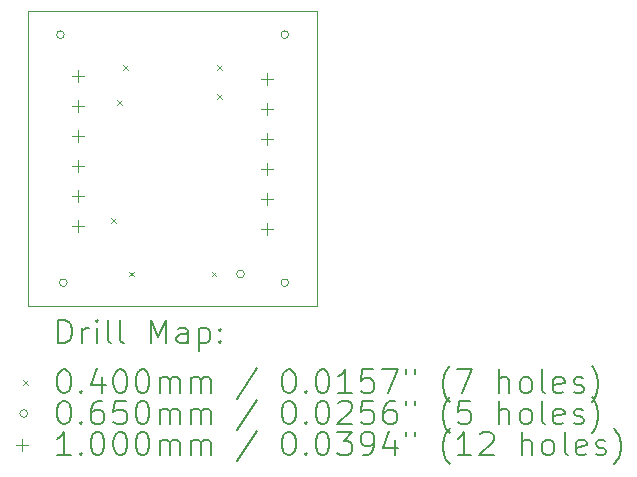
<source format=gbr>
%TF.GenerationSoftware,KiCad,Pcbnew,8.0.02-1-dev-92ffd898f5*%
%TF.CreationDate,2024-03-29T15:55:22-07:00*%
%TF.ProjectId,sfh7072_breakoutboard,73666837-3037-4325-9f62-7265616b6f75,rev?*%
%TF.SameCoordinates,Original*%
%TF.FileFunction,Drillmap*%
%TF.FilePolarity,Positive*%
%FSLAX45Y45*%
G04 Gerber Fmt 4.5, Leading zero omitted, Abs format (unit mm)*
G04 Created by KiCad (PCBNEW 8.0.02-1-dev-92ffd898f5) date 2024-03-29 15:55:22*
%MOMM*%
%LPD*%
G01*
G04 APERTURE LIST*
%ADD10C,0.050000*%
%ADD11C,0.200000*%
%ADD12C,0.100000*%
G04 APERTURE END LIST*
D10*
X1975000Y-1475000D02*
X4425000Y-1475000D01*
X4425000Y-3975000D01*
X1975000Y-3975000D01*
X1975000Y-1475000D01*
D11*
D12*
X2680000Y-3230000D02*
X2720000Y-3270000D01*
X2720000Y-3230000D02*
X2680000Y-3270000D01*
X2730000Y-2230000D02*
X2770000Y-2270000D01*
X2770000Y-2230000D02*
X2730000Y-2270000D01*
X2780000Y-1930000D02*
X2820000Y-1970000D01*
X2820000Y-1930000D02*
X2780000Y-1970000D01*
X2830000Y-3680000D02*
X2870000Y-3720000D01*
X2870000Y-3680000D02*
X2830000Y-3720000D01*
X3530000Y-3680000D02*
X3570000Y-3720000D01*
X3570000Y-3680000D02*
X3530000Y-3720000D01*
X3580000Y-1930000D02*
X3620000Y-1970000D01*
X3620000Y-1930000D02*
X3580000Y-1970000D01*
X3580000Y-2180000D02*
X3620000Y-2220000D01*
X3620000Y-2180000D02*
X3580000Y-2220000D01*
X2282500Y-1675000D02*
G75*
G02*
X2217500Y-1675000I-32500J0D01*
G01*
X2217500Y-1675000D02*
G75*
G02*
X2282500Y-1675000I32500J0D01*
G01*
X2307500Y-3775000D02*
G75*
G02*
X2242500Y-3775000I-32500J0D01*
G01*
X2242500Y-3775000D02*
G75*
G02*
X2307500Y-3775000I32500J0D01*
G01*
X3807500Y-3700000D02*
G75*
G02*
X3742500Y-3700000I-32500J0D01*
G01*
X3742500Y-3700000D02*
G75*
G02*
X3807500Y-3700000I32500J0D01*
G01*
X4182500Y-1675000D02*
G75*
G02*
X4117500Y-1675000I-32500J0D01*
G01*
X4117500Y-1675000D02*
G75*
G02*
X4182500Y-1675000I32500J0D01*
G01*
X4182500Y-3775000D02*
G75*
G02*
X4117500Y-3775000I-32500J0D01*
G01*
X4117500Y-3775000D02*
G75*
G02*
X4182500Y-3775000I32500J0D01*
G01*
X2400000Y-1975000D02*
X2400000Y-2075000D01*
X2350000Y-2025000D02*
X2450000Y-2025000D01*
X2400000Y-2229000D02*
X2400000Y-2329000D01*
X2350000Y-2279000D02*
X2450000Y-2279000D01*
X2400000Y-2483000D02*
X2400000Y-2583000D01*
X2350000Y-2533000D02*
X2450000Y-2533000D01*
X2400000Y-2737000D02*
X2400000Y-2837000D01*
X2350000Y-2787000D02*
X2450000Y-2787000D01*
X2400000Y-2991000D02*
X2400000Y-3091000D01*
X2350000Y-3041000D02*
X2450000Y-3041000D01*
X2400000Y-3245000D02*
X2400000Y-3345000D01*
X2350000Y-3295000D02*
X2450000Y-3295000D01*
X4000000Y-2000000D02*
X4000000Y-2100000D01*
X3950000Y-2050000D02*
X4050000Y-2050000D01*
X4000000Y-2254000D02*
X4000000Y-2354000D01*
X3950000Y-2304000D02*
X4050000Y-2304000D01*
X4000000Y-2508000D02*
X4000000Y-2608000D01*
X3950000Y-2558000D02*
X4050000Y-2558000D01*
X4000000Y-2762000D02*
X4000000Y-2862000D01*
X3950000Y-2812000D02*
X4050000Y-2812000D01*
X4000000Y-3016000D02*
X4000000Y-3116000D01*
X3950000Y-3066000D02*
X4050000Y-3066000D01*
X4000000Y-3270000D02*
X4000000Y-3370000D01*
X3950000Y-3320000D02*
X4050000Y-3320000D01*
D11*
X2233277Y-4288984D02*
X2233277Y-4088984D01*
X2233277Y-4088984D02*
X2280896Y-4088984D01*
X2280896Y-4088984D02*
X2309467Y-4098508D01*
X2309467Y-4098508D02*
X2328515Y-4117555D01*
X2328515Y-4117555D02*
X2338039Y-4136603D01*
X2338039Y-4136603D02*
X2347563Y-4174698D01*
X2347563Y-4174698D02*
X2347563Y-4203270D01*
X2347563Y-4203270D02*
X2338039Y-4241365D01*
X2338039Y-4241365D02*
X2328515Y-4260412D01*
X2328515Y-4260412D02*
X2309467Y-4279460D01*
X2309467Y-4279460D02*
X2280896Y-4288984D01*
X2280896Y-4288984D02*
X2233277Y-4288984D01*
X2433277Y-4288984D02*
X2433277Y-4155650D01*
X2433277Y-4193746D02*
X2442801Y-4174698D01*
X2442801Y-4174698D02*
X2452324Y-4165174D01*
X2452324Y-4165174D02*
X2471372Y-4155650D01*
X2471372Y-4155650D02*
X2490420Y-4155650D01*
X2557086Y-4288984D02*
X2557086Y-4155650D01*
X2557086Y-4088984D02*
X2547563Y-4098508D01*
X2547563Y-4098508D02*
X2557086Y-4108031D01*
X2557086Y-4108031D02*
X2566610Y-4098508D01*
X2566610Y-4098508D02*
X2557086Y-4088984D01*
X2557086Y-4088984D02*
X2557086Y-4108031D01*
X2680896Y-4288984D02*
X2661848Y-4279460D01*
X2661848Y-4279460D02*
X2652324Y-4260412D01*
X2652324Y-4260412D02*
X2652324Y-4088984D01*
X2785658Y-4288984D02*
X2766610Y-4279460D01*
X2766610Y-4279460D02*
X2757086Y-4260412D01*
X2757086Y-4260412D02*
X2757086Y-4088984D01*
X3014229Y-4288984D02*
X3014229Y-4088984D01*
X3014229Y-4088984D02*
X3080896Y-4231841D01*
X3080896Y-4231841D02*
X3147562Y-4088984D01*
X3147562Y-4088984D02*
X3147562Y-4288984D01*
X3328515Y-4288984D02*
X3328515Y-4184222D01*
X3328515Y-4184222D02*
X3318991Y-4165174D01*
X3318991Y-4165174D02*
X3299943Y-4155650D01*
X3299943Y-4155650D02*
X3261848Y-4155650D01*
X3261848Y-4155650D02*
X3242801Y-4165174D01*
X3328515Y-4279460D02*
X3309467Y-4288984D01*
X3309467Y-4288984D02*
X3261848Y-4288984D01*
X3261848Y-4288984D02*
X3242801Y-4279460D01*
X3242801Y-4279460D02*
X3233277Y-4260412D01*
X3233277Y-4260412D02*
X3233277Y-4241365D01*
X3233277Y-4241365D02*
X3242801Y-4222317D01*
X3242801Y-4222317D02*
X3261848Y-4212793D01*
X3261848Y-4212793D02*
X3309467Y-4212793D01*
X3309467Y-4212793D02*
X3328515Y-4203270D01*
X3423753Y-4155650D02*
X3423753Y-4355650D01*
X3423753Y-4165174D02*
X3442801Y-4155650D01*
X3442801Y-4155650D02*
X3480896Y-4155650D01*
X3480896Y-4155650D02*
X3499943Y-4165174D01*
X3499943Y-4165174D02*
X3509467Y-4174698D01*
X3509467Y-4174698D02*
X3518991Y-4193746D01*
X3518991Y-4193746D02*
X3518991Y-4250889D01*
X3518991Y-4250889D02*
X3509467Y-4269936D01*
X3509467Y-4269936D02*
X3499943Y-4279460D01*
X3499943Y-4279460D02*
X3480896Y-4288984D01*
X3480896Y-4288984D02*
X3442801Y-4288984D01*
X3442801Y-4288984D02*
X3423753Y-4279460D01*
X3604705Y-4269936D02*
X3614229Y-4279460D01*
X3614229Y-4279460D02*
X3604705Y-4288984D01*
X3604705Y-4288984D02*
X3595182Y-4279460D01*
X3595182Y-4279460D02*
X3604705Y-4269936D01*
X3604705Y-4269936D02*
X3604705Y-4288984D01*
X3604705Y-4165174D02*
X3614229Y-4174698D01*
X3614229Y-4174698D02*
X3604705Y-4184222D01*
X3604705Y-4184222D02*
X3595182Y-4174698D01*
X3595182Y-4174698D02*
X3604705Y-4165174D01*
X3604705Y-4165174D02*
X3604705Y-4184222D01*
D12*
X1932500Y-4597500D02*
X1972500Y-4637500D01*
X1972500Y-4597500D02*
X1932500Y-4637500D01*
D11*
X2271372Y-4508984D02*
X2290420Y-4508984D01*
X2290420Y-4508984D02*
X2309467Y-4518508D01*
X2309467Y-4518508D02*
X2318991Y-4528031D01*
X2318991Y-4528031D02*
X2328515Y-4547079D01*
X2328515Y-4547079D02*
X2338039Y-4585174D01*
X2338039Y-4585174D02*
X2338039Y-4632793D01*
X2338039Y-4632793D02*
X2328515Y-4670889D01*
X2328515Y-4670889D02*
X2318991Y-4689936D01*
X2318991Y-4689936D02*
X2309467Y-4699460D01*
X2309467Y-4699460D02*
X2290420Y-4708984D01*
X2290420Y-4708984D02*
X2271372Y-4708984D01*
X2271372Y-4708984D02*
X2252324Y-4699460D01*
X2252324Y-4699460D02*
X2242801Y-4689936D01*
X2242801Y-4689936D02*
X2233277Y-4670889D01*
X2233277Y-4670889D02*
X2223753Y-4632793D01*
X2223753Y-4632793D02*
X2223753Y-4585174D01*
X2223753Y-4585174D02*
X2233277Y-4547079D01*
X2233277Y-4547079D02*
X2242801Y-4528031D01*
X2242801Y-4528031D02*
X2252324Y-4518508D01*
X2252324Y-4518508D02*
X2271372Y-4508984D01*
X2423753Y-4689936D02*
X2433277Y-4699460D01*
X2433277Y-4699460D02*
X2423753Y-4708984D01*
X2423753Y-4708984D02*
X2414229Y-4699460D01*
X2414229Y-4699460D02*
X2423753Y-4689936D01*
X2423753Y-4689936D02*
X2423753Y-4708984D01*
X2604705Y-4575650D02*
X2604705Y-4708984D01*
X2557086Y-4499460D02*
X2509467Y-4642317D01*
X2509467Y-4642317D02*
X2633277Y-4642317D01*
X2747563Y-4508984D02*
X2766610Y-4508984D01*
X2766610Y-4508984D02*
X2785658Y-4518508D01*
X2785658Y-4518508D02*
X2795182Y-4528031D01*
X2795182Y-4528031D02*
X2804705Y-4547079D01*
X2804705Y-4547079D02*
X2814229Y-4585174D01*
X2814229Y-4585174D02*
X2814229Y-4632793D01*
X2814229Y-4632793D02*
X2804705Y-4670889D01*
X2804705Y-4670889D02*
X2795182Y-4689936D01*
X2795182Y-4689936D02*
X2785658Y-4699460D01*
X2785658Y-4699460D02*
X2766610Y-4708984D01*
X2766610Y-4708984D02*
X2747563Y-4708984D01*
X2747563Y-4708984D02*
X2728515Y-4699460D01*
X2728515Y-4699460D02*
X2718991Y-4689936D01*
X2718991Y-4689936D02*
X2709467Y-4670889D01*
X2709467Y-4670889D02*
X2699944Y-4632793D01*
X2699944Y-4632793D02*
X2699944Y-4585174D01*
X2699944Y-4585174D02*
X2709467Y-4547079D01*
X2709467Y-4547079D02*
X2718991Y-4528031D01*
X2718991Y-4528031D02*
X2728515Y-4518508D01*
X2728515Y-4518508D02*
X2747563Y-4508984D01*
X2938039Y-4508984D02*
X2957086Y-4508984D01*
X2957086Y-4508984D02*
X2976134Y-4518508D01*
X2976134Y-4518508D02*
X2985658Y-4528031D01*
X2985658Y-4528031D02*
X2995182Y-4547079D01*
X2995182Y-4547079D02*
X3004705Y-4585174D01*
X3004705Y-4585174D02*
X3004705Y-4632793D01*
X3004705Y-4632793D02*
X2995182Y-4670889D01*
X2995182Y-4670889D02*
X2985658Y-4689936D01*
X2985658Y-4689936D02*
X2976134Y-4699460D01*
X2976134Y-4699460D02*
X2957086Y-4708984D01*
X2957086Y-4708984D02*
X2938039Y-4708984D01*
X2938039Y-4708984D02*
X2918991Y-4699460D01*
X2918991Y-4699460D02*
X2909467Y-4689936D01*
X2909467Y-4689936D02*
X2899943Y-4670889D01*
X2899943Y-4670889D02*
X2890420Y-4632793D01*
X2890420Y-4632793D02*
X2890420Y-4585174D01*
X2890420Y-4585174D02*
X2899943Y-4547079D01*
X2899943Y-4547079D02*
X2909467Y-4528031D01*
X2909467Y-4528031D02*
X2918991Y-4518508D01*
X2918991Y-4518508D02*
X2938039Y-4508984D01*
X3090420Y-4708984D02*
X3090420Y-4575650D01*
X3090420Y-4594698D02*
X3099943Y-4585174D01*
X3099943Y-4585174D02*
X3118991Y-4575650D01*
X3118991Y-4575650D02*
X3147563Y-4575650D01*
X3147563Y-4575650D02*
X3166610Y-4585174D01*
X3166610Y-4585174D02*
X3176134Y-4604222D01*
X3176134Y-4604222D02*
X3176134Y-4708984D01*
X3176134Y-4604222D02*
X3185658Y-4585174D01*
X3185658Y-4585174D02*
X3204705Y-4575650D01*
X3204705Y-4575650D02*
X3233277Y-4575650D01*
X3233277Y-4575650D02*
X3252324Y-4585174D01*
X3252324Y-4585174D02*
X3261848Y-4604222D01*
X3261848Y-4604222D02*
X3261848Y-4708984D01*
X3357086Y-4708984D02*
X3357086Y-4575650D01*
X3357086Y-4594698D02*
X3366610Y-4585174D01*
X3366610Y-4585174D02*
X3385658Y-4575650D01*
X3385658Y-4575650D02*
X3414229Y-4575650D01*
X3414229Y-4575650D02*
X3433277Y-4585174D01*
X3433277Y-4585174D02*
X3442801Y-4604222D01*
X3442801Y-4604222D02*
X3442801Y-4708984D01*
X3442801Y-4604222D02*
X3452324Y-4585174D01*
X3452324Y-4585174D02*
X3471372Y-4575650D01*
X3471372Y-4575650D02*
X3499943Y-4575650D01*
X3499943Y-4575650D02*
X3518991Y-4585174D01*
X3518991Y-4585174D02*
X3528515Y-4604222D01*
X3528515Y-4604222D02*
X3528515Y-4708984D01*
X3918991Y-4499460D02*
X3747563Y-4756603D01*
X4176134Y-4508984D02*
X4195182Y-4508984D01*
X4195182Y-4508984D02*
X4214229Y-4518508D01*
X4214229Y-4518508D02*
X4223753Y-4528031D01*
X4223753Y-4528031D02*
X4233277Y-4547079D01*
X4233277Y-4547079D02*
X4242801Y-4585174D01*
X4242801Y-4585174D02*
X4242801Y-4632793D01*
X4242801Y-4632793D02*
X4233277Y-4670889D01*
X4233277Y-4670889D02*
X4223753Y-4689936D01*
X4223753Y-4689936D02*
X4214229Y-4699460D01*
X4214229Y-4699460D02*
X4195182Y-4708984D01*
X4195182Y-4708984D02*
X4176134Y-4708984D01*
X4176134Y-4708984D02*
X4157086Y-4699460D01*
X4157086Y-4699460D02*
X4147563Y-4689936D01*
X4147563Y-4689936D02*
X4138039Y-4670889D01*
X4138039Y-4670889D02*
X4128515Y-4632793D01*
X4128515Y-4632793D02*
X4128515Y-4585174D01*
X4128515Y-4585174D02*
X4138039Y-4547079D01*
X4138039Y-4547079D02*
X4147563Y-4528031D01*
X4147563Y-4528031D02*
X4157086Y-4518508D01*
X4157086Y-4518508D02*
X4176134Y-4508984D01*
X4328515Y-4689936D02*
X4338039Y-4699460D01*
X4338039Y-4699460D02*
X4328515Y-4708984D01*
X4328515Y-4708984D02*
X4318991Y-4699460D01*
X4318991Y-4699460D02*
X4328515Y-4689936D01*
X4328515Y-4689936D02*
X4328515Y-4708984D01*
X4461848Y-4508984D02*
X4480896Y-4508984D01*
X4480896Y-4508984D02*
X4499944Y-4518508D01*
X4499944Y-4518508D02*
X4509468Y-4528031D01*
X4509468Y-4528031D02*
X4518991Y-4547079D01*
X4518991Y-4547079D02*
X4528515Y-4585174D01*
X4528515Y-4585174D02*
X4528515Y-4632793D01*
X4528515Y-4632793D02*
X4518991Y-4670889D01*
X4518991Y-4670889D02*
X4509468Y-4689936D01*
X4509468Y-4689936D02*
X4499944Y-4699460D01*
X4499944Y-4699460D02*
X4480896Y-4708984D01*
X4480896Y-4708984D02*
X4461848Y-4708984D01*
X4461848Y-4708984D02*
X4442801Y-4699460D01*
X4442801Y-4699460D02*
X4433277Y-4689936D01*
X4433277Y-4689936D02*
X4423753Y-4670889D01*
X4423753Y-4670889D02*
X4414229Y-4632793D01*
X4414229Y-4632793D02*
X4414229Y-4585174D01*
X4414229Y-4585174D02*
X4423753Y-4547079D01*
X4423753Y-4547079D02*
X4433277Y-4528031D01*
X4433277Y-4528031D02*
X4442801Y-4518508D01*
X4442801Y-4518508D02*
X4461848Y-4508984D01*
X4718991Y-4708984D02*
X4604706Y-4708984D01*
X4661848Y-4708984D02*
X4661848Y-4508984D01*
X4661848Y-4508984D02*
X4642801Y-4537555D01*
X4642801Y-4537555D02*
X4623753Y-4556603D01*
X4623753Y-4556603D02*
X4604706Y-4566127D01*
X4899944Y-4508984D02*
X4804706Y-4508984D01*
X4804706Y-4508984D02*
X4795182Y-4604222D01*
X4795182Y-4604222D02*
X4804706Y-4594698D01*
X4804706Y-4594698D02*
X4823753Y-4585174D01*
X4823753Y-4585174D02*
X4871372Y-4585174D01*
X4871372Y-4585174D02*
X4890420Y-4594698D01*
X4890420Y-4594698D02*
X4899944Y-4604222D01*
X4899944Y-4604222D02*
X4909468Y-4623270D01*
X4909468Y-4623270D02*
X4909468Y-4670889D01*
X4909468Y-4670889D02*
X4899944Y-4689936D01*
X4899944Y-4689936D02*
X4890420Y-4699460D01*
X4890420Y-4699460D02*
X4871372Y-4708984D01*
X4871372Y-4708984D02*
X4823753Y-4708984D01*
X4823753Y-4708984D02*
X4804706Y-4699460D01*
X4804706Y-4699460D02*
X4795182Y-4689936D01*
X4976134Y-4508984D02*
X5109468Y-4508984D01*
X5109468Y-4508984D02*
X5023753Y-4708984D01*
X5176134Y-4508984D02*
X5176134Y-4547079D01*
X5252325Y-4508984D02*
X5252325Y-4547079D01*
X5547563Y-4785174D02*
X5538039Y-4775650D01*
X5538039Y-4775650D02*
X5518991Y-4747079D01*
X5518991Y-4747079D02*
X5509468Y-4728031D01*
X5509468Y-4728031D02*
X5499944Y-4699460D01*
X5499944Y-4699460D02*
X5490420Y-4651841D01*
X5490420Y-4651841D02*
X5490420Y-4613746D01*
X5490420Y-4613746D02*
X5499944Y-4566127D01*
X5499944Y-4566127D02*
X5509468Y-4537555D01*
X5509468Y-4537555D02*
X5518991Y-4518508D01*
X5518991Y-4518508D02*
X5538039Y-4489936D01*
X5538039Y-4489936D02*
X5547563Y-4480412D01*
X5604706Y-4508984D02*
X5738039Y-4508984D01*
X5738039Y-4508984D02*
X5652325Y-4708984D01*
X5966610Y-4708984D02*
X5966610Y-4508984D01*
X6052325Y-4708984D02*
X6052325Y-4604222D01*
X6052325Y-4604222D02*
X6042801Y-4585174D01*
X6042801Y-4585174D02*
X6023753Y-4575650D01*
X6023753Y-4575650D02*
X5995182Y-4575650D01*
X5995182Y-4575650D02*
X5976134Y-4585174D01*
X5976134Y-4585174D02*
X5966610Y-4594698D01*
X6176134Y-4708984D02*
X6157087Y-4699460D01*
X6157087Y-4699460D02*
X6147563Y-4689936D01*
X6147563Y-4689936D02*
X6138039Y-4670889D01*
X6138039Y-4670889D02*
X6138039Y-4613746D01*
X6138039Y-4613746D02*
X6147563Y-4594698D01*
X6147563Y-4594698D02*
X6157087Y-4585174D01*
X6157087Y-4585174D02*
X6176134Y-4575650D01*
X6176134Y-4575650D02*
X6204706Y-4575650D01*
X6204706Y-4575650D02*
X6223753Y-4585174D01*
X6223753Y-4585174D02*
X6233277Y-4594698D01*
X6233277Y-4594698D02*
X6242801Y-4613746D01*
X6242801Y-4613746D02*
X6242801Y-4670889D01*
X6242801Y-4670889D02*
X6233277Y-4689936D01*
X6233277Y-4689936D02*
X6223753Y-4699460D01*
X6223753Y-4699460D02*
X6204706Y-4708984D01*
X6204706Y-4708984D02*
X6176134Y-4708984D01*
X6357087Y-4708984D02*
X6338039Y-4699460D01*
X6338039Y-4699460D02*
X6328515Y-4680412D01*
X6328515Y-4680412D02*
X6328515Y-4508984D01*
X6509468Y-4699460D02*
X6490420Y-4708984D01*
X6490420Y-4708984D02*
X6452325Y-4708984D01*
X6452325Y-4708984D02*
X6433277Y-4699460D01*
X6433277Y-4699460D02*
X6423753Y-4680412D01*
X6423753Y-4680412D02*
X6423753Y-4604222D01*
X6423753Y-4604222D02*
X6433277Y-4585174D01*
X6433277Y-4585174D02*
X6452325Y-4575650D01*
X6452325Y-4575650D02*
X6490420Y-4575650D01*
X6490420Y-4575650D02*
X6509468Y-4585174D01*
X6509468Y-4585174D02*
X6518991Y-4604222D01*
X6518991Y-4604222D02*
X6518991Y-4623270D01*
X6518991Y-4623270D02*
X6423753Y-4642317D01*
X6595182Y-4699460D02*
X6614230Y-4708984D01*
X6614230Y-4708984D02*
X6652325Y-4708984D01*
X6652325Y-4708984D02*
X6671372Y-4699460D01*
X6671372Y-4699460D02*
X6680896Y-4680412D01*
X6680896Y-4680412D02*
X6680896Y-4670889D01*
X6680896Y-4670889D02*
X6671372Y-4651841D01*
X6671372Y-4651841D02*
X6652325Y-4642317D01*
X6652325Y-4642317D02*
X6623753Y-4642317D01*
X6623753Y-4642317D02*
X6604706Y-4632793D01*
X6604706Y-4632793D02*
X6595182Y-4613746D01*
X6595182Y-4613746D02*
X6595182Y-4604222D01*
X6595182Y-4604222D02*
X6604706Y-4585174D01*
X6604706Y-4585174D02*
X6623753Y-4575650D01*
X6623753Y-4575650D02*
X6652325Y-4575650D01*
X6652325Y-4575650D02*
X6671372Y-4585174D01*
X6747563Y-4785174D02*
X6757087Y-4775650D01*
X6757087Y-4775650D02*
X6776134Y-4747079D01*
X6776134Y-4747079D02*
X6785658Y-4728031D01*
X6785658Y-4728031D02*
X6795182Y-4699460D01*
X6795182Y-4699460D02*
X6804706Y-4651841D01*
X6804706Y-4651841D02*
X6804706Y-4613746D01*
X6804706Y-4613746D02*
X6795182Y-4566127D01*
X6795182Y-4566127D02*
X6785658Y-4537555D01*
X6785658Y-4537555D02*
X6776134Y-4518508D01*
X6776134Y-4518508D02*
X6757087Y-4489936D01*
X6757087Y-4489936D02*
X6747563Y-4480412D01*
D12*
X1972500Y-4881500D02*
G75*
G02*
X1907500Y-4881500I-32500J0D01*
G01*
X1907500Y-4881500D02*
G75*
G02*
X1972500Y-4881500I32500J0D01*
G01*
D11*
X2271372Y-4772984D02*
X2290420Y-4772984D01*
X2290420Y-4772984D02*
X2309467Y-4782508D01*
X2309467Y-4782508D02*
X2318991Y-4792031D01*
X2318991Y-4792031D02*
X2328515Y-4811079D01*
X2328515Y-4811079D02*
X2338039Y-4849174D01*
X2338039Y-4849174D02*
X2338039Y-4896793D01*
X2338039Y-4896793D02*
X2328515Y-4934889D01*
X2328515Y-4934889D02*
X2318991Y-4953936D01*
X2318991Y-4953936D02*
X2309467Y-4963460D01*
X2309467Y-4963460D02*
X2290420Y-4972984D01*
X2290420Y-4972984D02*
X2271372Y-4972984D01*
X2271372Y-4972984D02*
X2252324Y-4963460D01*
X2252324Y-4963460D02*
X2242801Y-4953936D01*
X2242801Y-4953936D02*
X2233277Y-4934889D01*
X2233277Y-4934889D02*
X2223753Y-4896793D01*
X2223753Y-4896793D02*
X2223753Y-4849174D01*
X2223753Y-4849174D02*
X2233277Y-4811079D01*
X2233277Y-4811079D02*
X2242801Y-4792031D01*
X2242801Y-4792031D02*
X2252324Y-4782508D01*
X2252324Y-4782508D02*
X2271372Y-4772984D01*
X2423753Y-4953936D02*
X2433277Y-4963460D01*
X2433277Y-4963460D02*
X2423753Y-4972984D01*
X2423753Y-4972984D02*
X2414229Y-4963460D01*
X2414229Y-4963460D02*
X2423753Y-4953936D01*
X2423753Y-4953936D02*
X2423753Y-4972984D01*
X2604705Y-4772984D02*
X2566610Y-4772984D01*
X2566610Y-4772984D02*
X2547563Y-4782508D01*
X2547563Y-4782508D02*
X2538039Y-4792031D01*
X2538039Y-4792031D02*
X2518991Y-4820603D01*
X2518991Y-4820603D02*
X2509467Y-4858698D01*
X2509467Y-4858698D02*
X2509467Y-4934889D01*
X2509467Y-4934889D02*
X2518991Y-4953936D01*
X2518991Y-4953936D02*
X2528515Y-4963460D01*
X2528515Y-4963460D02*
X2547563Y-4972984D01*
X2547563Y-4972984D02*
X2585658Y-4972984D01*
X2585658Y-4972984D02*
X2604705Y-4963460D01*
X2604705Y-4963460D02*
X2614229Y-4953936D01*
X2614229Y-4953936D02*
X2623753Y-4934889D01*
X2623753Y-4934889D02*
X2623753Y-4887270D01*
X2623753Y-4887270D02*
X2614229Y-4868222D01*
X2614229Y-4868222D02*
X2604705Y-4858698D01*
X2604705Y-4858698D02*
X2585658Y-4849174D01*
X2585658Y-4849174D02*
X2547563Y-4849174D01*
X2547563Y-4849174D02*
X2528515Y-4858698D01*
X2528515Y-4858698D02*
X2518991Y-4868222D01*
X2518991Y-4868222D02*
X2509467Y-4887270D01*
X2804705Y-4772984D02*
X2709467Y-4772984D01*
X2709467Y-4772984D02*
X2699944Y-4868222D01*
X2699944Y-4868222D02*
X2709467Y-4858698D01*
X2709467Y-4858698D02*
X2728515Y-4849174D01*
X2728515Y-4849174D02*
X2776134Y-4849174D01*
X2776134Y-4849174D02*
X2795182Y-4858698D01*
X2795182Y-4858698D02*
X2804705Y-4868222D01*
X2804705Y-4868222D02*
X2814229Y-4887270D01*
X2814229Y-4887270D02*
X2814229Y-4934889D01*
X2814229Y-4934889D02*
X2804705Y-4953936D01*
X2804705Y-4953936D02*
X2795182Y-4963460D01*
X2795182Y-4963460D02*
X2776134Y-4972984D01*
X2776134Y-4972984D02*
X2728515Y-4972984D01*
X2728515Y-4972984D02*
X2709467Y-4963460D01*
X2709467Y-4963460D02*
X2699944Y-4953936D01*
X2938039Y-4772984D02*
X2957086Y-4772984D01*
X2957086Y-4772984D02*
X2976134Y-4782508D01*
X2976134Y-4782508D02*
X2985658Y-4792031D01*
X2985658Y-4792031D02*
X2995182Y-4811079D01*
X2995182Y-4811079D02*
X3004705Y-4849174D01*
X3004705Y-4849174D02*
X3004705Y-4896793D01*
X3004705Y-4896793D02*
X2995182Y-4934889D01*
X2995182Y-4934889D02*
X2985658Y-4953936D01*
X2985658Y-4953936D02*
X2976134Y-4963460D01*
X2976134Y-4963460D02*
X2957086Y-4972984D01*
X2957086Y-4972984D02*
X2938039Y-4972984D01*
X2938039Y-4972984D02*
X2918991Y-4963460D01*
X2918991Y-4963460D02*
X2909467Y-4953936D01*
X2909467Y-4953936D02*
X2899943Y-4934889D01*
X2899943Y-4934889D02*
X2890420Y-4896793D01*
X2890420Y-4896793D02*
X2890420Y-4849174D01*
X2890420Y-4849174D02*
X2899943Y-4811079D01*
X2899943Y-4811079D02*
X2909467Y-4792031D01*
X2909467Y-4792031D02*
X2918991Y-4782508D01*
X2918991Y-4782508D02*
X2938039Y-4772984D01*
X3090420Y-4972984D02*
X3090420Y-4839650D01*
X3090420Y-4858698D02*
X3099943Y-4849174D01*
X3099943Y-4849174D02*
X3118991Y-4839650D01*
X3118991Y-4839650D02*
X3147563Y-4839650D01*
X3147563Y-4839650D02*
X3166610Y-4849174D01*
X3166610Y-4849174D02*
X3176134Y-4868222D01*
X3176134Y-4868222D02*
X3176134Y-4972984D01*
X3176134Y-4868222D02*
X3185658Y-4849174D01*
X3185658Y-4849174D02*
X3204705Y-4839650D01*
X3204705Y-4839650D02*
X3233277Y-4839650D01*
X3233277Y-4839650D02*
X3252324Y-4849174D01*
X3252324Y-4849174D02*
X3261848Y-4868222D01*
X3261848Y-4868222D02*
X3261848Y-4972984D01*
X3357086Y-4972984D02*
X3357086Y-4839650D01*
X3357086Y-4858698D02*
X3366610Y-4849174D01*
X3366610Y-4849174D02*
X3385658Y-4839650D01*
X3385658Y-4839650D02*
X3414229Y-4839650D01*
X3414229Y-4839650D02*
X3433277Y-4849174D01*
X3433277Y-4849174D02*
X3442801Y-4868222D01*
X3442801Y-4868222D02*
X3442801Y-4972984D01*
X3442801Y-4868222D02*
X3452324Y-4849174D01*
X3452324Y-4849174D02*
X3471372Y-4839650D01*
X3471372Y-4839650D02*
X3499943Y-4839650D01*
X3499943Y-4839650D02*
X3518991Y-4849174D01*
X3518991Y-4849174D02*
X3528515Y-4868222D01*
X3528515Y-4868222D02*
X3528515Y-4972984D01*
X3918991Y-4763460D02*
X3747563Y-5020603D01*
X4176134Y-4772984D02*
X4195182Y-4772984D01*
X4195182Y-4772984D02*
X4214229Y-4782508D01*
X4214229Y-4782508D02*
X4223753Y-4792031D01*
X4223753Y-4792031D02*
X4233277Y-4811079D01*
X4233277Y-4811079D02*
X4242801Y-4849174D01*
X4242801Y-4849174D02*
X4242801Y-4896793D01*
X4242801Y-4896793D02*
X4233277Y-4934889D01*
X4233277Y-4934889D02*
X4223753Y-4953936D01*
X4223753Y-4953936D02*
X4214229Y-4963460D01*
X4214229Y-4963460D02*
X4195182Y-4972984D01*
X4195182Y-4972984D02*
X4176134Y-4972984D01*
X4176134Y-4972984D02*
X4157086Y-4963460D01*
X4157086Y-4963460D02*
X4147563Y-4953936D01*
X4147563Y-4953936D02*
X4138039Y-4934889D01*
X4138039Y-4934889D02*
X4128515Y-4896793D01*
X4128515Y-4896793D02*
X4128515Y-4849174D01*
X4128515Y-4849174D02*
X4138039Y-4811079D01*
X4138039Y-4811079D02*
X4147563Y-4792031D01*
X4147563Y-4792031D02*
X4157086Y-4782508D01*
X4157086Y-4782508D02*
X4176134Y-4772984D01*
X4328515Y-4953936D02*
X4338039Y-4963460D01*
X4338039Y-4963460D02*
X4328515Y-4972984D01*
X4328515Y-4972984D02*
X4318991Y-4963460D01*
X4318991Y-4963460D02*
X4328515Y-4953936D01*
X4328515Y-4953936D02*
X4328515Y-4972984D01*
X4461848Y-4772984D02*
X4480896Y-4772984D01*
X4480896Y-4772984D02*
X4499944Y-4782508D01*
X4499944Y-4782508D02*
X4509468Y-4792031D01*
X4509468Y-4792031D02*
X4518991Y-4811079D01*
X4518991Y-4811079D02*
X4528515Y-4849174D01*
X4528515Y-4849174D02*
X4528515Y-4896793D01*
X4528515Y-4896793D02*
X4518991Y-4934889D01*
X4518991Y-4934889D02*
X4509468Y-4953936D01*
X4509468Y-4953936D02*
X4499944Y-4963460D01*
X4499944Y-4963460D02*
X4480896Y-4972984D01*
X4480896Y-4972984D02*
X4461848Y-4972984D01*
X4461848Y-4972984D02*
X4442801Y-4963460D01*
X4442801Y-4963460D02*
X4433277Y-4953936D01*
X4433277Y-4953936D02*
X4423753Y-4934889D01*
X4423753Y-4934889D02*
X4414229Y-4896793D01*
X4414229Y-4896793D02*
X4414229Y-4849174D01*
X4414229Y-4849174D02*
X4423753Y-4811079D01*
X4423753Y-4811079D02*
X4433277Y-4792031D01*
X4433277Y-4792031D02*
X4442801Y-4782508D01*
X4442801Y-4782508D02*
X4461848Y-4772984D01*
X4604706Y-4792031D02*
X4614229Y-4782508D01*
X4614229Y-4782508D02*
X4633277Y-4772984D01*
X4633277Y-4772984D02*
X4680896Y-4772984D01*
X4680896Y-4772984D02*
X4699944Y-4782508D01*
X4699944Y-4782508D02*
X4709468Y-4792031D01*
X4709468Y-4792031D02*
X4718991Y-4811079D01*
X4718991Y-4811079D02*
X4718991Y-4830127D01*
X4718991Y-4830127D02*
X4709468Y-4858698D01*
X4709468Y-4858698D02*
X4595182Y-4972984D01*
X4595182Y-4972984D02*
X4718991Y-4972984D01*
X4899944Y-4772984D02*
X4804706Y-4772984D01*
X4804706Y-4772984D02*
X4795182Y-4868222D01*
X4795182Y-4868222D02*
X4804706Y-4858698D01*
X4804706Y-4858698D02*
X4823753Y-4849174D01*
X4823753Y-4849174D02*
X4871372Y-4849174D01*
X4871372Y-4849174D02*
X4890420Y-4858698D01*
X4890420Y-4858698D02*
X4899944Y-4868222D01*
X4899944Y-4868222D02*
X4909468Y-4887270D01*
X4909468Y-4887270D02*
X4909468Y-4934889D01*
X4909468Y-4934889D02*
X4899944Y-4953936D01*
X4899944Y-4953936D02*
X4890420Y-4963460D01*
X4890420Y-4963460D02*
X4871372Y-4972984D01*
X4871372Y-4972984D02*
X4823753Y-4972984D01*
X4823753Y-4972984D02*
X4804706Y-4963460D01*
X4804706Y-4963460D02*
X4795182Y-4953936D01*
X5080896Y-4772984D02*
X5042801Y-4772984D01*
X5042801Y-4772984D02*
X5023753Y-4782508D01*
X5023753Y-4782508D02*
X5014229Y-4792031D01*
X5014229Y-4792031D02*
X4995182Y-4820603D01*
X4995182Y-4820603D02*
X4985658Y-4858698D01*
X4985658Y-4858698D02*
X4985658Y-4934889D01*
X4985658Y-4934889D02*
X4995182Y-4953936D01*
X4995182Y-4953936D02*
X5004706Y-4963460D01*
X5004706Y-4963460D02*
X5023753Y-4972984D01*
X5023753Y-4972984D02*
X5061849Y-4972984D01*
X5061849Y-4972984D02*
X5080896Y-4963460D01*
X5080896Y-4963460D02*
X5090420Y-4953936D01*
X5090420Y-4953936D02*
X5099944Y-4934889D01*
X5099944Y-4934889D02*
X5099944Y-4887270D01*
X5099944Y-4887270D02*
X5090420Y-4868222D01*
X5090420Y-4868222D02*
X5080896Y-4858698D01*
X5080896Y-4858698D02*
X5061849Y-4849174D01*
X5061849Y-4849174D02*
X5023753Y-4849174D01*
X5023753Y-4849174D02*
X5004706Y-4858698D01*
X5004706Y-4858698D02*
X4995182Y-4868222D01*
X4995182Y-4868222D02*
X4985658Y-4887270D01*
X5176134Y-4772984D02*
X5176134Y-4811079D01*
X5252325Y-4772984D02*
X5252325Y-4811079D01*
X5547563Y-5049174D02*
X5538039Y-5039650D01*
X5538039Y-5039650D02*
X5518991Y-5011079D01*
X5518991Y-5011079D02*
X5509468Y-4992031D01*
X5509468Y-4992031D02*
X5499944Y-4963460D01*
X5499944Y-4963460D02*
X5490420Y-4915841D01*
X5490420Y-4915841D02*
X5490420Y-4877746D01*
X5490420Y-4877746D02*
X5499944Y-4830127D01*
X5499944Y-4830127D02*
X5509468Y-4801555D01*
X5509468Y-4801555D02*
X5518991Y-4782508D01*
X5518991Y-4782508D02*
X5538039Y-4753936D01*
X5538039Y-4753936D02*
X5547563Y-4744412D01*
X5718991Y-4772984D02*
X5623753Y-4772984D01*
X5623753Y-4772984D02*
X5614229Y-4868222D01*
X5614229Y-4868222D02*
X5623753Y-4858698D01*
X5623753Y-4858698D02*
X5642801Y-4849174D01*
X5642801Y-4849174D02*
X5690420Y-4849174D01*
X5690420Y-4849174D02*
X5709468Y-4858698D01*
X5709468Y-4858698D02*
X5718991Y-4868222D01*
X5718991Y-4868222D02*
X5728515Y-4887270D01*
X5728515Y-4887270D02*
X5728515Y-4934889D01*
X5728515Y-4934889D02*
X5718991Y-4953936D01*
X5718991Y-4953936D02*
X5709468Y-4963460D01*
X5709468Y-4963460D02*
X5690420Y-4972984D01*
X5690420Y-4972984D02*
X5642801Y-4972984D01*
X5642801Y-4972984D02*
X5623753Y-4963460D01*
X5623753Y-4963460D02*
X5614229Y-4953936D01*
X5966610Y-4972984D02*
X5966610Y-4772984D01*
X6052325Y-4972984D02*
X6052325Y-4868222D01*
X6052325Y-4868222D02*
X6042801Y-4849174D01*
X6042801Y-4849174D02*
X6023753Y-4839650D01*
X6023753Y-4839650D02*
X5995182Y-4839650D01*
X5995182Y-4839650D02*
X5976134Y-4849174D01*
X5976134Y-4849174D02*
X5966610Y-4858698D01*
X6176134Y-4972984D02*
X6157087Y-4963460D01*
X6157087Y-4963460D02*
X6147563Y-4953936D01*
X6147563Y-4953936D02*
X6138039Y-4934889D01*
X6138039Y-4934889D02*
X6138039Y-4877746D01*
X6138039Y-4877746D02*
X6147563Y-4858698D01*
X6147563Y-4858698D02*
X6157087Y-4849174D01*
X6157087Y-4849174D02*
X6176134Y-4839650D01*
X6176134Y-4839650D02*
X6204706Y-4839650D01*
X6204706Y-4839650D02*
X6223753Y-4849174D01*
X6223753Y-4849174D02*
X6233277Y-4858698D01*
X6233277Y-4858698D02*
X6242801Y-4877746D01*
X6242801Y-4877746D02*
X6242801Y-4934889D01*
X6242801Y-4934889D02*
X6233277Y-4953936D01*
X6233277Y-4953936D02*
X6223753Y-4963460D01*
X6223753Y-4963460D02*
X6204706Y-4972984D01*
X6204706Y-4972984D02*
X6176134Y-4972984D01*
X6357087Y-4972984D02*
X6338039Y-4963460D01*
X6338039Y-4963460D02*
X6328515Y-4944412D01*
X6328515Y-4944412D02*
X6328515Y-4772984D01*
X6509468Y-4963460D02*
X6490420Y-4972984D01*
X6490420Y-4972984D02*
X6452325Y-4972984D01*
X6452325Y-4972984D02*
X6433277Y-4963460D01*
X6433277Y-4963460D02*
X6423753Y-4944412D01*
X6423753Y-4944412D02*
X6423753Y-4868222D01*
X6423753Y-4868222D02*
X6433277Y-4849174D01*
X6433277Y-4849174D02*
X6452325Y-4839650D01*
X6452325Y-4839650D02*
X6490420Y-4839650D01*
X6490420Y-4839650D02*
X6509468Y-4849174D01*
X6509468Y-4849174D02*
X6518991Y-4868222D01*
X6518991Y-4868222D02*
X6518991Y-4887270D01*
X6518991Y-4887270D02*
X6423753Y-4906317D01*
X6595182Y-4963460D02*
X6614230Y-4972984D01*
X6614230Y-4972984D02*
X6652325Y-4972984D01*
X6652325Y-4972984D02*
X6671372Y-4963460D01*
X6671372Y-4963460D02*
X6680896Y-4944412D01*
X6680896Y-4944412D02*
X6680896Y-4934889D01*
X6680896Y-4934889D02*
X6671372Y-4915841D01*
X6671372Y-4915841D02*
X6652325Y-4906317D01*
X6652325Y-4906317D02*
X6623753Y-4906317D01*
X6623753Y-4906317D02*
X6604706Y-4896793D01*
X6604706Y-4896793D02*
X6595182Y-4877746D01*
X6595182Y-4877746D02*
X6595182Y-4868222D01*
X6595182Y-4868222D02*
X6604706Y-4849174D01*
X6604706Y-4849174D02*
X6623753Y-4839650D01*
X6623753Y-4839650D02*
X6652325Y-4839650D01*
X6652325Y-4839650D02*
X6671372Y-4849174D01*
X6747563Y-5049174D02*
X6757087Y-5039650D01*
X6757087Y-5039650D02*
X6776134Y-5011079D01*
X6776134Y-5011079D02*
X6785658Y-4992031D01*
X6785658Y-4992031D02*
X6795182Y-4963460D01*
X6795182Y-4963460D02*
X6804706Y-4915841D01*
X6804706Y-4915841D02*
X6804706Y-4877746D01*
X6804706Y-4877746D02*
X6795182Y-4830127D01*
X6795182Y-4830127D02*
X6785658Y-4801555D01*
X6785658Y-4801555D02*
X6776134Y-4782508D01*
X6776134Y-4782508D02*
X6757087Y-4753936D01*
X6757087Y-4753936D02*
X6747563Y-4744412D01*
D12*
X1922500Y-5095500D02*
X1922500Y-5195500D01*
X1872500Y-5145500D02*
X1972500Y-5145500D01*
D11*
X2338039Y-5236984D02*
X2223753Y-5236984D01*
X2280896Y-5236984D02*
X2280896Y-5036984D01*
X2280896Y-5036984D02*
X2261848Y-5065555D01*
X2261848Y-5065555D02*
X2242801Y-5084603D01*
X2242801Y-5084603D02*
X2223753Y-5094127D01*
X2423753Y-5217936D02*
X2433277Y-5227460D01*
X2433277Y-5227460D02*
X2423753Y-5236984D01*
X2423753Y-5236984D02*
X2414229Y-5227460D01*
X2414229Y-5227460D02*
X2423753Y-5217936D01*
X2423753Y-5217936D02*
X2423753Y-5236984D01*
X2557086Y-5036984D02*
X2576134Y-5036984D01*
X2576134Y-5036984D02*
X2595182Y-5046508D01*
X2595182Y-5046508D02*
X2604705Y-5056031D01*
X2604705Y-5056031D02*
X2614229Y-5075079D01*
X2614229Y-5075079D02*
X2623753Y-5113174D01*
X2623753Y-5113174D02*
X2623753Y-5160793D01*
X2623753Y-5160793D02*
X2614229Y-5198889D01*
X2614229Y-5198889D02*
X2604705Y-5217936D01*
X2604705Y-5217936D02*
X2595182Y-5227460D01*
X2595182Y-5227460D02*
X2576134Y-5236984D01*
X2576134Y-5236984D02*
X2557086Y-5236984D01*
X2557086Y-5236984D02*
X2538039Y-5227460D01*
X2538039Y-5227460D02*
X2528515Y-5217936D01*
X2528515Y-5217936D02*
X2518991Y-5198889D01*
X2518991Y-5198889D02*
X2509467Y-5160793D01*
X2509467Y-5160793D02*
X2509467Y-5113174D01*
X2509467Y-5113174D02*
X2518991Y-5075079D01*
X2518991Y-5075079D02*
X2528515Y-5056031D01*
X2528515Y-5056031D02*
X2538039Y-5046508D01*
X2538039Y-5046508D02*
X2557086Y-5036984D01*
X2747563Y-5036984D02*
X2766610Y-5036984D01*
X2766610Y-5036984D02*
X2785658Y-5046508D01*
X2785658Y-5046508D02*
X2795182Y-5056031D01*
X2795182Y-5056031D02*
X2804705Y-5075079D01*
X2804705Y-5075079D02*
X2814229Y-5113174D01*
X2814229Y-5113174D02*
X2814229Y-5160793D01*
X2814229Y-5160793D02*
X2804705Y-5198889D01*
X2804705Y-5198889D02*
X2795182Y-5217936D01*
X2795182Y-5217936D02*
X2785658Y-5227460D01*
X2785658Y-5227460D02*
X2766610Y-5236984D01*
X2766610Y-5236984D02*
X2747563Y-5236984D01*
X2747563Y-5236984D02*
X2728515Y-5227460D01*
X2728515Y-5227460D02*
X2718991Y-5217936D01*
X2718991Y-5217936D02*
X2709467Y-5198889D01*
X2709467Y-5198889D02*
X2699944Y-5160793D01*
X2699944Y-5160793D02*
X2699944Y-5113174D01*
X2699944Y-5113174D02*
X2709467Y-5075079D01*
X2709467Y-5075079D02*
X2718991Y-5056031D01*
X2718991Y-5056031D02*
X2728515Y-5046508D01*
X2728515Y-5046508D02*
X2747563Y-5036984D01*
X2938039Y-5036984D02*
X2957086Y-5036984D01*
X2957086Y-5036984D02*
X2976134Y-5046508D01*
X2976134Y-5046508D02*
X2985658Y-5056031D01*
X2985658Y-5056031D02*
X2995182Y-5075079D01*
X2995182Y-5075079D02*
X3004705Y-5113174D01*
X3004705Y-5113174D02*
X3004705Y-5160793D01*
X3004705Y-5160793D02*
X2995182Y-5198889D01*
X2995182Y-5198889D02*
X2985658Y-5217936D01*
X2985658Y-5217936D02*
X2976134Y-5227460D01*
X2976134Y-5227460D02*
X2957086Y-5236984D01*
X2957086Y-5236984D02*
X2938039Y-5236984D01*
X2938039Y-5236984D02*
X2918991Y-5227460D01*
X2918991Y-5227460D02*
X2909467Y-5217936D01*
X2909467Y-5217936D02*
X2899943Y-5198889D01*
X2899943Y-5198889D02*
X2890420Y-5160793D01*
X2890420Y-5160793D02*
X2890420Y-5113174D01*
X2890420Y-5113174D02*
X2899943Y-5075079D01*
X2899943Y-5075079D02*
X2909467Y-5056031D01*
X2909467Y-5056031D02*
X2918991Y-5046508D01*
X2918991Y-5046508D02*
X2938039Y-5036984D01*
X3090420Y-5236984D02*
X3090420Y-5103650D01*
X3090420Y-5122698D02*
X3099943Y-5113174D01*
X3099943Y-5113174D02*
X3118991Y-5103650D01*
X3118991Y-5103650D02*
X3147563Y-5103650D01*
X3147563Y-5103650D02*
X3166610Y-5113174D01*
X3166610Y-5113174D02*
X3176134Y-5132222D01*
X3176134Y-5132222D02*
X3176134Y-5236984D01*
X3176134Y-5132222D02*
X3185658Y-5113174D01*
X3185658Y-5113174D02*
X3204705Y-5103650D01*
X3204705Y-5103650D02*
X3233277Y-5103650D01*
X3233277Y-5103650D02*
X3252324Y-5113174D01*
X3252324Y-5113174D02*
X3261848Y-5132222D01*
X3261848Y-5132222D02*
X3261848Y-5236984D01*
X3357086Y-5236984D02*
X3357086Y-5103650D01*
X3357086Y-5122698D02*
X3366610Y-5113174D01*
X3366610Y-5113174D02*
X3385658Y-5103650D01*
X3385658Y-5103650D02*
X3414229Y-5103650D01*
X3414229Y-5103650D02*
X3433277Y-5113174D01*
X3433277Y-5113174D02*
X3442801Y-5132222D01*
X3442801Y-5132222D02*
X3442801Y-5236984D01*
X3442801Y-5132222D02*
X3452324Y-5113174D01*
X3452324Y-5113174D02*
X3471372Y-5103650D01*
X3471372Y-5103650D02*
X3499943Y-5103650D01*
X3499943Y-5103650D02*
X3518991Y-5113174D01*
X3518991Y-5113174D02*
X3528515Y-5132222D01*
X3528515Y-5132222D02*
X3528515Y-5236984D01*
X3918991Y-5027460D02*
X3747563Y-5284603D01*
X4176134Y-5036984D02*
X4195182Y-5036984D01*
X4195182Y-5036984D02*
X4214229Y-5046508D01*
X4214229Y-5046508D02*
X4223753Y-5056031D01*
X4223753Y-5056031D02*
X4233277Y-5075079D01*
X4233277Y-5075079D02*
X4242801Y-5113174D01*
X4242801Y-5113174D02*
X4242801Y-5160793D01*
X4242801Y-5160793D02*
X4233277Y-5198889D01*
X4233277Y-5198889D02*
X4223753Y-5217936D01*
X4223753Y-5217936D02*
X4214229Y-5227460D01*
X4214229Y-5227460D02*
X4195182Y-5236984D01*
X4195182Y-5236984D02*
X4176134Y-5236984D01*
X4176134Y-5236984D02*
X4157086Y-5227460D01*
X4157086Y-5227460D02*
X4147563Y-5217936D01*
X4147563Y-5217936D02*
X4138039Y-5198889D01*
X4138039Y-5198889D02*
X4128515Y-5160793D01*
X4128515Y-5160793D02*
X4128515Y-5113174D01*
X4128515Y-5113174D02*
X4138039Y-5075079D01*
X4138039Y-5075079D02*
X4147563Y-5056031D01*
X4147563Y-5056031D02*
X4157086Y-5046508D01*
X4157086Y-5046508D02*
X4176134Y-5036984D01*
X4328515Y-5217936D02*
X4338039Y-5227460D01*
X4338039Y-5227460D02*
X4328515Y-5236984D01*
X4328515Y-5236984D02*
X4318991Y-5227460D01*
X4318991Y-5227460D02*
X4328515Y-5217936D01*
X4328515Y-5217936D02*
X4328515Y-5236984D01*
X4461848Y-5036984D02*
X4480896Y-5036984D01*
X4480896Y-5036984D02*
X4499944Y-5046508D01*
X4499944Y-5046508D02*
X4509468Y-5056031D01*
X4509468Y-5056031D02*
X4518991Y-5075079D01*
X4518991Y-5075079D02*
X4528515Y-5113174D01*
X4528515Y-5113174D02*
X4528515Y-5160793D01*
X4528515Y-5160793D02*
X4518991Y-5198889D01*
X4518991Y-5198889D02*
X4509468Y-5217936D01*
X4509468Y-5217936D02*
X4499944Y-5227460D01*
X4499944Y-5227460D02*
X4480896Y-5236984D01*
X4480896Y-5236984D02*
X4461848Y-5236984D01*
X4461848Y-5236984D02*
X4442801Y-5227460D01*
X4442801Y-5227460D02*
X4433277Y-5217936D01*
X4433277Y-5217936D02*
X4423753Y-5198889D01*
X4423753Y-5198889D02*
X4414229Y-5160793D01*
X4414229Y-5160793D02*
X4414229Y-5113174D01*
X4414229Y-5113174D02*
X4423753Y-5075079D01*
X4423753Y-5075079D02*
X4433277Y-5056031D01*
X4433277Y-5056031D02*
X4442801Y-5046508D01*
X4442801Y-5046508D02*
X4461848Y-5036984D01*
X4595182Y-5036984D02*
X4718991Y-5036984D01*
X4718991Y-5036984D02*
X4652325Y-5113174D01*
X4652325Y-5113174D02*
X4680896Y-5113174D01*
X4680896Y-5113174D02*
X4699944Y-5122698D01*
X4699944Y-5122698D02*
X4709468Y-5132222D01*
X4709468Y-5132222D02*
X4718991Y-5151270D01*
X4718991Y-5151270D02*
X4718991Y-5198889D01*
X4718991Y-5198889D02*
X4709468Y-5217936D01*
X4709468Y-5217936D02*
X4699944Y-5227460D01*
X4699944Y-5227460D02*
X4680896Y-5236984D01*
X4680896Y-5236984D02*
X4623753Y-5236984D01*
X4623753Y-5236984D02*
X4604706Y-5227460D01*
X4604706Y-5227460D02*
X4595182Y-5217936D01*
X4814229Y-5236984D02*
X4852325Y-5236984D01*
X4852325Y-5236984D02*
X4871372Y-5227460D01*
X4871372Y-5227460D02*
X4880896Y-5217936D01*
X4880896Y-5217936D02*
X4899944Y-5189365D01*
X4899944Y-5189365D02*
X4909468Y-5151270D01*
X4909468Y-5151270D02*
X4909468Y-5075079D01*
X4909468Y-5075079D02*
X4899944Y-5056031D01*
X4899944Y-5056031D02*
X4890420Y-5046508D01*
X4890420Y-5046508D02*
X4871372Y-5036984D01*
X4871372Y-5036984D02*
X4833277Y-5036984D01*
X4833277Y-5036984D02*
X4814229Y-5046508D01*
X4814229Y-5046508D02*
X4804706Y-5056031D01*
X4804706Y-5056031D02*
X4795182Y-5075079D01*
X4795182Y-5075079D02*
X4795182Y-5122698D01*
X4795182Y-5122698D02*
X4804706Y-5141746D01*
X4804706Y-5141746D02*
X4814229Y-5151270D01*
X4814229Y-5151270D02*
X4833277Y-5160793D01*
X4833277Y-5160793D02*
X4871372Y-5160793D01*
X4871372Y-5160793D02*
X4890420Y-5151270D01*
X4890420Y-5151270D02*
X4899944Y-5141746D01*
X4899944Y-5141746D02*
X4909468Y-5122698D01*
X5080896Y-5103650D02*
X5080896Y-5236984D01*
X5033277Y-5027460D02*
X4985658Y-5170317D01*
X4985658Y-5170317D02*
X5109468Y-5170317D01*
X5176134Y-5036984D02*
X5176134Y-5075079D01*
X5252325Y-5036984D02*
X5252325Y-5075079D01*
X5547563Y-5313174D02*
X5538039Y-5303650D01*
X5538039Y-5303650D02*
X5518991Y-5275079D01*
X5518991Y-5275079D02*
X5509468Y-5256031D01*
X5509468Y-5256031D02*
X5499944Y-5227460D01*
X5499944Y-5227460D02*
X5490420Y-5179841D01*
X5490420Y-5179841D02*
X5490420Y-5141746D01*
X5490420Y-5141746D02*
X5499944Y-5094127D01*
X5499944Y-5094127D02*
X5509468Y-5065555D01*
X5509468Y-5065555D02*
X5518991Y-5046508D01*
X5518991Y-5046508D02*
X5538039Y-5017936D01*
X5538039Y-5017936D02*
X5547563Y-5008412D01*
X5728515Y-5236984D02*
X5614229Y-5236984D01*
X5671372Y-5236984D02*
X5671372Y-5036984D01*
X5671372Y-5036984D02*
X5652325Y-5065555D01*
X5652325Y-5065555D02*
X5633277Y-5084603D01*
X5633277Y-5084603D02*
X5614229Y-5094127D01*
X5804706Y-5056031D02*
X5814229Y-5046508D01*
X5814229Y-5046508D02*
X5833277Y-5036984D01*
X5833277Y-5036984D02*
X5880896Y-5036984D01*
X5880896Y-5036984D02*
X5899944Y-5046508D01*
X5899944Y-5046508D02*
X5909468Y-5056031D01*
X5909468Y-5056031D02*
X5918991Y-5075079D01*
X5918991Y-5075079D02*
X5918991Y-5094127D01*
X5918991Y-5094127D02*
X5909468Y-5122698D01*
X5909468Y-5122698D02*
X5795182Y-5236984D01*
X5795182Y-5236984D02*
X5918991Y-5236984D01*
X6157087Y-5236984D02*
X6157087Y-5036984D01*
X6242801Y-5236984D02*
X6242801Y-5132222D01*
X6242801Y-5132222D02*
X6233277Y-5113174D01*
X6233277Y-5113174D02*
X6214230Y-5103650D01*
X6214230Y-5103650D02*
X6185658Y-5103650D01*
X6185658Y-5103650D02*
X6166610Y-5113174D01*
X6166610Y-5113174D02*
X6157087Y-5122698D01*
X6366610Y-5236984D02*
X6347563Y-5227460D01*
X6347563Y-5227460D02*
X6338039Y-5217936D01*
X6338039Y-5217936D02*
X6328515Y-5198889D01*
X6328515Y-5198889D02*
X6328515Y-5141746D01*
X6328515Y-5141746D02*
X6338039Y-5122698D01*
X6338039Y-5122698D02*
X6347563Y-5113174D01*
X6347563Y-5113174D02*
X6366610Y-5103650D01*
X6366610Y-5103650D02*
X6395182Y-5103650D01*
X6395182Y-5103650D02*
X6414230Y-5113174D01*
X6414230Y-5113174D02*
X6423753Y-5122698D01*
X6423753Y-5122698D02*
X6433277Y-5141746D01*
X6433277Y-5141746D02*
X6433277Y-5198889D01*
X6433277Y-5198889D02*
X6423753Y-5217936D01*
X6423753Y-5217936D02*
X6414230Y-5227460D01*
X6414230Y-5227460D02*
X6395182Y-5236984D01*
X6395182Y-5236984D02*
X6366610Y-5236984D01*
X6547563Y-5236984D02*
X6528515Y-5227460D01*
X6528515Y-5227460D02*
X6518991Y-5208412D01*
X6518991Y-5208412D02*
X6518991Y-5036984D01*
X6699944Y-5227460D02*
X6680896Y-5236984D01*
X6680896Y-5236984D02*
X6642801Y-5236984D01*
X6642801Y-5236984D02*
X6623753Y-5227460D01*
X6623753Y-5227460D02*
X6614230Y-5208412D01*
X6614230Y-5208412D02*
X6614230Y-5132222D01*
X6614230Y-5132222D02*
X6623753Y-5113174D01*
X6623753Y-5113174D02*
X6642801Y-5103650D01*
X6642801Y-5103650D02*
X6680896Y-5103650D01*
X6680896Y-5103650D02*
X6699944Y-5113174D01*
X6699944Y-5113174D02*
X6709468Y-5132222D01*
X6709468Y-5132222D02*
X6709468Y-5151270D01*
X6709468Y-5151270D02*
X6614230Y-5170317D01*
X6785658Y-5227460D02*
X6804706Y-5236984D01*
X6804706Y-5236984D02*
X6842801Y-5236984D01*
X6842801Y-5236984D02*
X6861849Y-5227460D01*
X6861849Y-5227460D02*
X6871372Y-5208412D01*
X6871372Y-5208412D02*
X6871372Y-5198889D01*
X6871372Y-5198889D02*
X6861849Y-5179841D01*
X6861849Y-5179841D02*
X6842801Y-5170317D01*
X6842801Y-5170317D02*
X6814230Y-5170317D01*
X6814230Y-5170317D02*
X6795182Y-5160793D01*
X6795182Y-5160793D02*
X6785658Y-5141746D01*
X6785658Y-5141746D02*
X6785658Y-5132222D01*
X6785658Y-5132222D02*
X6795182Y-5113174D01*
X6795182Y-5113174D02*
X6814230Y-5103650D01*
X6814230Y-5103650D02*
X6842801Y-5103650D01*
X6842801Y-5103650D02*
X6861849Y-5113174D01*
X6938039Y-5313174D02*
X6947563Y-5303650D01*
X6947563Y-5303650D02*
X6966611Y-5275079D01*
X6966611Y-5275079D02*
X6976134Y-5256031D01*
X6976134Y-5256031D02*
X6985658Y-5227460D01*
X6985658Y-5227460D02*
X6995182Y-5179841D01*
X6995182Y-5179841D02*
X6995182Y-5141746D01*
X6995182Y-5141746D02*
X6985658Y-5094127D01*
X6985658Y-5094127D02*
X6976134Y-5065555D01*
X6976134Y-5065555D02*
X6966611Y-5046508D01*
X6966611Y-5046508D02*
X6947563Y-5017936D01*
X6947563Y-5017936D02*
X6938039Y-5008412D01*
M02*

</source>
